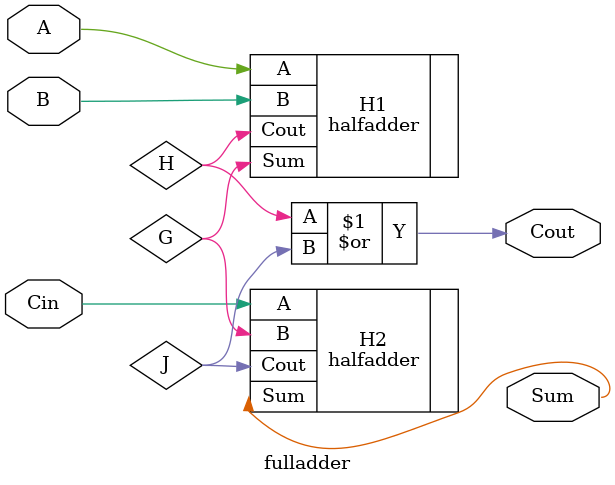
<source format=v>
`timescale 1ns / 1ps



module fulladder(A, B, Cin, Sum, Cout);
	input A, B, Cin;
	output Sum, Cout;
	wire G, H, J;
	halfadder H1(.A(A),.B(B),.Sum(G),.Cout(H));
	halfadder H2(.A(Cin),.B(G),.Sum(Sum),.Cout(J));
	or(Cout, H, J);
endmodule


</source>
